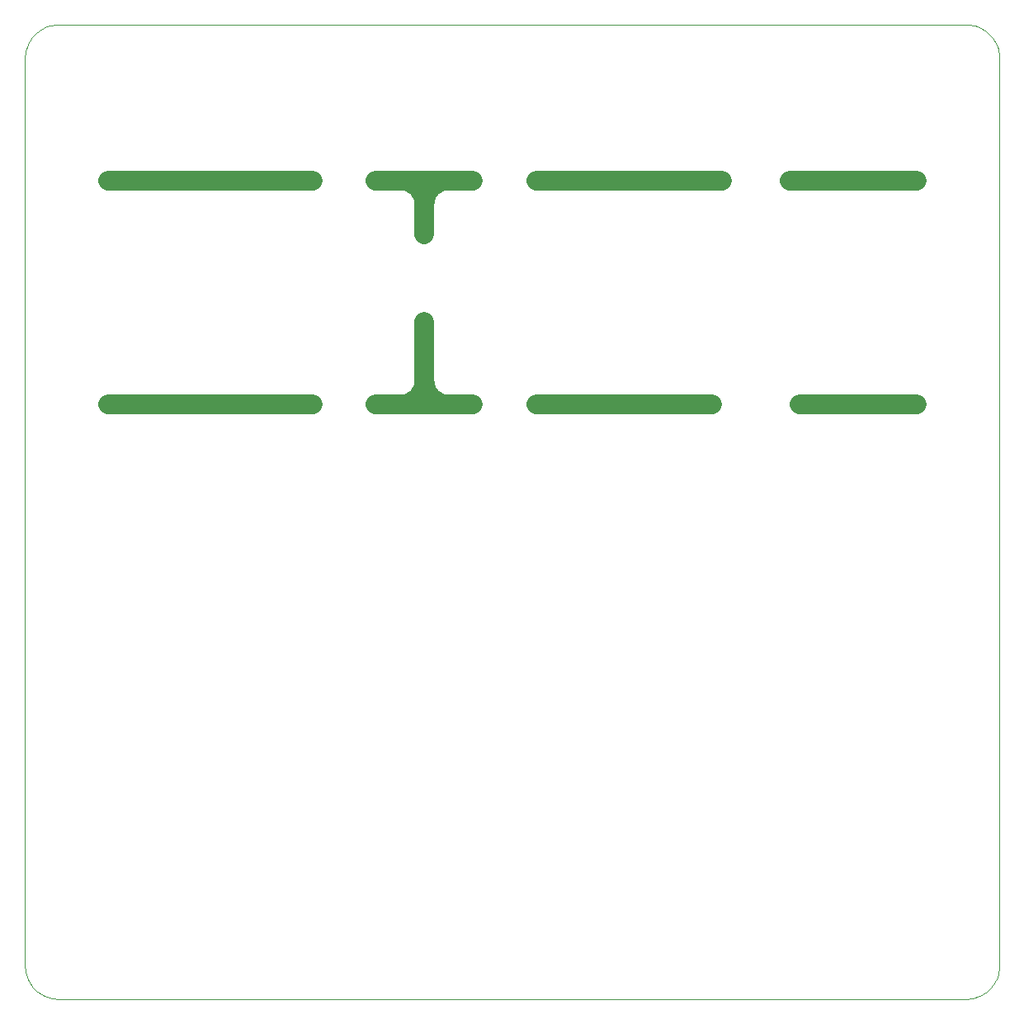
<source format=gko>
G04*
G04 #@! TF.GenerationSoftware,Altium Limited,Altium Designer,18.1.9 (240)*
G04*
G04 Layer_Color=16711935*
%FSLAX25Y25*%
%MOIN*%
G70*
G01*
G75*
%ADD48C,0.07874*%
%ADD137C,0.00394*%
D48*
X161417Y250000D02*
X161471Y248971D01*
X161632Y247954D01*
X161899Y246958D01*
X162268Y245997D01*
X162736Y245079D01*
X163297Y244215D01*
X163945Y243414D01*
X164674Y242686D01*
X165474Y242037D01*
X166339Y241476D01*
X167256Y241008D01*
X168218Y240639D01*
X169213Y240373D01*
X170231Y240211D01*
X171260Y240158D01*
X151575D02*
X152604Y240211D01*
X153621Y240373D01*
X154616Y240639D01*
X155578Y241008D01*
X156496Y241476D01*
X157360Y242037D01*
X158161Y242686D01*
X158889Y243414D01*
X159538Y244215D01*
X160099Y245079D01*
X160566Y245997D01*
X160936Y246958D01*
X161202Y247954D01*
X161363Y248971D01*
X161417Y250000D01*
Y320866D02*
X161363Y321895D01*
X161202Y322913D01*
X160936Y323908D01*
X160566Y324869D01*
X160099Y325787D01*
X159538Y326651D01*
X158889Y327452D01*
X158161Y328181D01*
X157360Y328829D01*
X156496Y329390D01*
X155578Y329858D01*
X154616Y330227D01*
X153621Y330494D01*
X152604Y330655D01*
X151575Y330709D01*
X171260D02*
X170231Y330655D01*
X169213Y330494D01*
X168218Y330227D01*
X167256Y329858D01*
X166339Y329390D01*
X165474Y328829D01*
X164674Y328181D01*
X163945Y327452D01*
X163297Y326651D01*
X162736Y325787D01*
X162268Y324869D01*
X161899Y323908D01*
X161632Y322913D01*
X161471Y321895D01*
X161417Y320866D01*
X141732Y240158D02*
X181102D01*
X33465D02*
X116142D01*
X312992D02*
X360236D01*
X309055Y330709D02*
X360236D01*
X206693D02*
X281496D01*
X33465D02*
X116142D01*
X141732D02*
X181102D01*
X161417Y250000D02*
Y273622D01*
Y309055D02*
Y320866D01*
X206693Y240158D02*
X277559D01*
D137*
X393701Y379921D02*
X393666Y380904D01*
X393561Y381882D01*
X393386Y382850D01*
X393143Y383803D01*
X392832Y384737D01*
X392456Y385646D01*
X392015Y386525D01*
X391513Y387371D01*
X390952Y388179D01*
X390335Y388945D01*
X389665Y389665D01*
X388945Y390335D01*
X388179Y390952D01*
X387371Y391513D01*
X386525Y392015D01*
X385646Y392456D01*
X384737Y392832D01*
X383803Y393143D01*
X382850Y393386D01*
X381882Y393561D01*
X380904Y393666D01*
X379921Y393701D01*
X13780D02*
X12797Y393666D01*
X11818Y393561D01*
X10851Y393386D01*
X9897Y393143D01*
X8964Y392832D01*
X8055Y392456D01*
X7176Y392015D01*
X6330Y391513D01*
X5522Y390952D01*
X4756Y390335D01*
X4036Y389665D01*
X3366Y388945D01*
X2748Y388179D01*
X2187Y387371D01*
X1685Y386525D01*
X1245Y385646D01*
X869Y384737D01*
X558Y383803D01*
X315Y382850D01*
X140Y381882D01*
X35Y380904D01*
X0Y379921D01*
X379921Y0D02*
X380904Y35D01*
X381882Y140D01*
X382850Y315D01*
X383803Y558D01*
X384737Y869D01*
X385646Y1245D01*
X386525Y1686D01*
X387371Y2187D01*
X388179Y2748D01*
X388945Y3366D01*
X389665Y4036D01*
X390335Y4756D01*
X390952Y5522D01*
X391513Y6330D01*
X392015Y7176D01*
X392456Y8055D01*
X392832Y8964D01*
X393143Y9897D01*
X393386Y10851D01*
X393561Y11818D01*
X393666Y12797D01*
X393701Y13780D01*
X0D02*
X35Y12797D01*
X140Y11818D01*
X315Y10851D01*
X558Y9897D01*
X869Y8964D01*
X1245Y8055D01*
X1685Y7176D01*
X2187Y6330D01*
X2748Y5522D01*
X3366Y4756D01*
X4036Y4036D01*
X4756Y3366D01*
X5522Y2748D01*
X6330Y2187D01*
X7176Y1685D01*
X8055Y1245D01*
X8964Y869D01*
X9897Y558D01*
X10851Y315D01*
X11818Y140D01*
X12797Y35D01*
X13780Y0D01*
Y393701D02*
X379921D01*
X0Y13780D02*
Y379921D01*
X13780Y0D02*
X379921Y0D01*
X393701Y13780D02*
Y379921D01*
M02*

</source>
